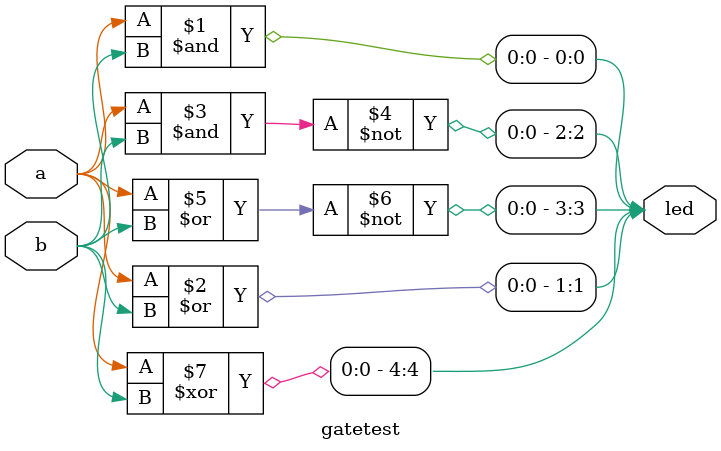
<source format=v>
`timescale 1ns / 1ps



module gatetest(
    input wire a,
    input b, // wire를 생략 하면 default로 wire다. 1bit를 의미. 
             // 아무런 언급을 안하면 1 bit로 인식한다.
    output [4:0] led  // led[0]~led[4]
    );

    assign led[0]=a & b; // 연속 할당문 assign : 연결하라는 의미이다.둘다 1이면 1
                         // <=
    assign led[1] = a | b; //하나라도 1이면 1
    assign led[2] = ~(a & b); //NAND 
    assign led[3] = ~(a | b); // NOR 
    assign led[4] = a ^ b;



endmodule

</source>
